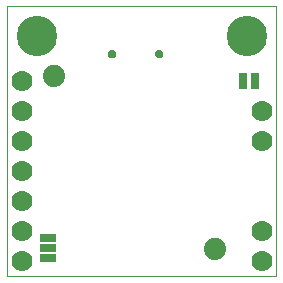
<source format=gbs>
G75*
%MOIN*%
%OFA0B0*%
%FSLAX25Y25*%
%IPPOS*%
%LPD*%
%AMOC8*
5,1,8,0,0,1.08239X$1,22.5*
%
%ADD10C,0.00000*%
%ADD11C,0.13455*%
%ADD12C,0.02762*%
%ADD13C,0.07000*%
%ADD14R,0.02900X0.05400*%
%ADD15C,0.07400*%
%ADD16R,0.05400X0.02900*%
D10*
X0007800Y0007420D02*
X0007800Y0097421D01*
X0097681Y0097421D01*
X0097681Y0007420D01*
X0007800Y0007420D01*
X0041555Y0081555D02*
X0041557Y0081624D01*
X0041563Y0081692D01*
X0041573Y0081760D01*
X0041587Y0081827D01*
X0041605Y0081894D01*
X0041626Y0081959D01*
X0041652Y0082023D01*
X0041681Y0082085D01*
X0041713Y0082145D01*
X0041749Y0082204D01*
X0041789Y0082260D01*
X0041831Y0082314D01*
X0041877Y0082365D01*
X0041926Y0082414D01*
X0041977Y0082460D01*
X0042031Y0082502D01*
X0042087Y0082542D01*
X0042145Y0082578D01*
X0042206Y0082610D01*
X0042268Y0082639D01*
X0042332Y0082665D01*
X0042397Y0082686D01*
X0042464Y0082704D01*
X0042531Y0082718D01*
X0042599Y0082728D01*
X0042667Y0082734D01*
X0042736Y0082736D01*
X0042805Y0082734D01*
X0042873Y0082728D01*
X0042941Y0082718D01*
X0043008Y0082704D01*
X0043075Y0082686D01*
X0043140Y0082665D01*
X0043204Y0082639D01*
X0043266Y0082610D01*
X0043326Y0082578D01*
X0043385Y0082542D01*
X0043441Y0082502D01*
X0043495Y0082460D01*
X0043546Y0082414D01*
X0043595Y0082365D01*
X0043641Y0082314D01*
X0043683Y0082260D01*
X0043723Y0082204D01*
X0043759Y0082145D01*
X0043791Y0082085D01*
X0043820Y0082023D01*
X0043846Y0081959D01*
X0043867Y0081894D01*
X0043885Y0081827D01*
X0043899Y0081760D01*
X0043909Y0081692D01*
X0043915Y0081624D01*
X0043917Y0081555D01*
X0043915Y0081486D01*
X0043909Y0081418D01*
X0043899Y0081350D01*
X0043885Y0081283D01*
X0043867Y0081216D01*
X0043846Y0081151D01*
X0043820Y0081087D01*
X0043791Y0081025D01*
X0043759Y0080964D01*
X0043723Y0080906D01*
X0043683Y0080850D01*
X0043641Y0080796D01*
X0043595Y0080745D01*
X0043546Y0080696D01*
X0043495Y0080650D01*
X0043441Y0080608D01*
X0043385Y0080568D01*
X0043327Y0080532D01*
X0043266Y0080500D01*
X0043204Y0080471D01*
X0043140Y0080445D01*
X0043075Y0080424D01*
X0043008Y0080406D01*
X0042941Y0080392D01*
X0042873Y0080382D01*
X0042805Y0080376D01*
X0042736Y0080374D01*
X0042667Y0080376D01*
X0042599Y0080382D01*
X0042531Y0080392D01*
X0042464Y0080406D01*
X0042397Y0080424D01*
X0042332Y0080445D01*
X0042268Y0080471D01*
X0042206Y0080500D01*
X0042145Y0080532D01*
X0042087Y0080568D01*
X0042031Y0080608D01*
X0041977Y0080650D01*
X0041926Y0080696D01*
X0041877Y0080745D01*
X0041831Y0080796D01*
X0041789Y0080850D01*
X0041749Y0080906D01*
X0041713Y0080964D01*
X0041681Y0081025D01*
X0041652Y0081087D01*
X0041626Y0081151D01*
X0041605Y0081216D01*
X0041587Y0081283D01*
X0041573Y0081350D01*
X0041563Y0081418D01*
X0041557Y0081486D01*
X0041555Y0081555D01*
X0057303Y0081555D02*
X0057305Y0081624D01*
X0057311Y0081692D01*
X0057321Y0081760D01*
X0057335Y0081827D01*
X0057353Y0081894D01*
X0057374Y0081959D01*
X0057400Y0082023D01*
X0057429Y0082085D01*
X0057461Y0082145D01*
X0057497Y0082204D01*
X0057537Y0082260D01*
X0057579Y0082314D01*
X0057625Y0082365D01*
X0057674Y0082414D01*
X0057725Y0082460D01*
X0057779Y0082502D01*
X0057835Y0082542D01*
X0057893Y0082578D01*
X0057954Y0082610D01*
X0058016Y0082639D01*
X0058080Y0082665D01*
X0058145Y0082686D01*
X0058212Y0082704D01*
X0058279Y0082718D01*
X0058347Y0082728D01*
X0058415Y0082734D01*
X0058484Y0082736D01*
X0058553Y0082734D01*
X0058621Y0082728D01*
X0058689Y0082718D01*
X0058756Y0082704D01*
X0058823Y0082686D01*
X0058888Y0082665D01*
X0058952Y0082639D01*
X0059014Y0082610D01*
X0059074Y0082578D01*
X0059133Y0082542D01*
X0059189Y0082502D01*
X0059243Y0082460D01*
X0059294Y0082414D01*
X0059343Y0082365D01*
X0059389Y0082314D01*
X0059431Y0082260D01*
X0059471Y0082204D01*
X0059507Y0082145D01*
X0059539Y0082085D01*
X0059568Y0082023D01*
X0059594Y0081959D01*
X0059615Y0081894D01*
X0059633Y0081827D01*
X0059647Y0081760D01*
X0059657Y0081692D01*
X0059663Y0081624D01*
X0059665Y0081555D01*
X0059663Y0081486D01*
X0059657Y0081418D01*
X0059647Y0081350D01*
X0059633Y0081283D01*
X0059615Y0081216D01*
X0059594Y0081151D01*
X0059568Y0081087D01*
X0059539Y0081025D01*
X0059507Y0080964D01*
X0059471Y0080906D01*
X0059431Y0080850D01*
X0059389Y0080796D01*
X0059343Y0080745D01*
X0059294Y0080696D01*
X0059243Y0080650D01*
X0059189Y0080608D01*
X0059133Y0080568D01*
X0059075Y0080532D01*
X0059014Y0080500D01*
X0058952Y0080471D01*
X0058888Y0080445D01*
X0058823Y0080424D01*
X0058756Y0080406D01*
X0058689Y0080392D01*
X0058621Y0080382D01*
X0058553Y0080376D01*
X0058484Y0080374D01*
X0058415Y0080376D01*
X0058347Y0080382D01*
X0058279Y0080392D01*
X0058212Y0080406D01*
X0058145Y0080424D01*
X0058080Y0080445D01*
X0058016Y0080471D01*
X0057954Y0080500D01*
X0057893Y0080532D01*
X0057835Y0080568D01*
X0057779Y0080608D01*
X0057725Y0080650D01*
X0057674Y0080696D01*
X0057625Y0080745D01*
X0057579Y0080796D01*
X0057537Y0080850D01*
X0057497Y0080906D01*
X0057461Y0080964D01*
X0057429Y0081025D01*
X0057400Y0081087D01*
X0057374Y0081151D01*
X0057353Y0081216D01*
X0057335Y0081283D01*
X0057321Y0081350D01*
X0057311Y0081418D01*
X0057305Y0081486D01*
X0057303Y0081555D01*
D11*
X0087800Y0087420D03*
X0017800Y0087420D03*
D12*
X0042736Y0081555D03*
X0058484Y0081555D03*
D13*
X0092800Y0062420D03*
X0092800Y0052420D03*
X0092800Y0022420D03*
X0092800Y0012420D03*
X0012800Y0012420D03*
X0012800Y0022420D03*
X0012800Y0032420D03*
X0012800Y0042420D03*
X0012800Y0052420D03*
X0012800Y0062420D03*
X0012800Y0072420D03*
D14*
X0086700Y0072520D03*
X0090700Y0072520D03*
D15*
X0077200Y0016620D03*
X0023500Y0074220D03*
D16*
X0021400Y0020020D03*
X0021400Y0016820D03*
X0021400Y0013620D03*
M02*

</source>
